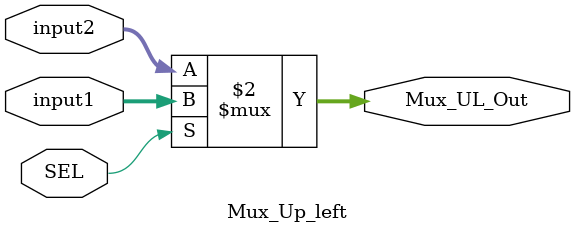
<source format=v>
`timescale 1ns / 1ps


module Mux_Up_left(
    input [31:0] input1,
    input [31:0] input2,
    input SEL,
    output reg [31:0] Mux_UL_Out
    );
    
    always @(input1 or input2 or SEL)
        Mux_UL_Out = SEL?input1:input2;
endmodule

</source>
